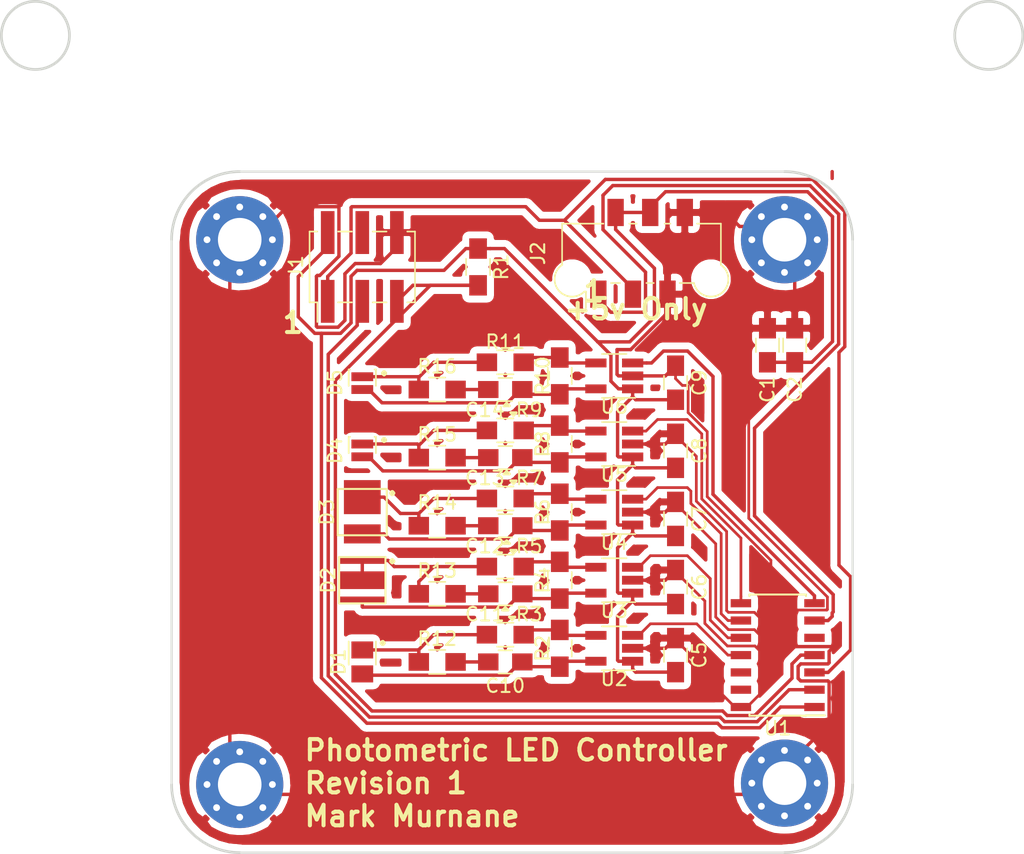
<source format=kicad_pcb>
(kicad_pcb (version 20171130) (host pcbnew "(5.0.2)-1")
  (layers (0 F.Cu signal) (31 B.Cu signal) (34 B.Paste user) (35 F.Paste user) (36 B.SilkS user) (37 F.SilkS user) (38 B.Mask user) (39 F.Mask user) (44 Edge.Cuts user))
  (net 0 "")
  (net 1 +5V)
  (net 2 GND)
  (net 3 "Net-(C10-Pad2)")
  (net 4 "Net-(C10-Pad1)")
  (net 5 "Net-(C11-Pad1)")
  (net 6 "Net-(C11-Pad2)")
  (net 7 "Net-(C12-Pad2)")
  (net 8 "Net-(C12-Pad1)")
  (net 9 "Net-(C13-Pad1)")
  (net 10 "Net-(C13-Pad2)")
  (net 11 "Net-(C14-Pad2)")
  (net 12 "Net-(C14-Pad1)")
  (net 13 "Net-(D1-Pad1)")
  (net 14 "Net-(D2-Pad1)")
  (net 15 "Net-(D3-Pad1)")
  (net 16 "Net-(D4-Pad1)")
  (net 17 "Net-(D5-Pad1)")
  (net 18 "Net-(J1-Pad5)")
  (net 19 "Net-(J1-Pad4)")
  (net 20 "Net-(J1-Pad3)")
  (net 21 "Net-(J1-Pad1)")
  (net 22 "Net-(J2-Pad1)")
  (net 23 "Net-(R2-Pad2)")
  (net 24 "Net-(R4-Pad2)")
  (net 25 "Net-(R6-Pad2)")
  (net 26 "Net-(R8-Pad2)")
  (net 27 "Net-(R10-Pad2)")
  (net 28 "Net-(U1-Pad13)")
  (net 29 "Net-(U1-Pad12)")
  (net 30 "Net-(U1-Pad11)")
  (net 31 "Net-(U1-Pad10)")
  (net 32 "Net-(U1-Pad9)")
  (net 33 "Net-(U1-Pad8)")
  (net 34 "Net-(U1-Pad7)")
  (net 35 "Net-(U1-Pad5)")
  (module Housings_SOIC:SOIC-14_3.9x8.7mm_Pitch1.27mm (layer F.Cu) (at 159.5 100.5 180)
    (fp_text reference U1 (at 0 -5.375 180) (layer F.SilkS))
    (fp_text value ATTINY20-SSU)
    (pad 14 smd rect (at 2.7 -3.81 180) (size 1.5 0.6) (layers F.Cu F.Paste F.Mask) (net 2 GND))
    (pad 13 smd rect (at 2.7 -2.54 180) (size 1.5 0.6) (layers F.Cu F.Paste F.Mask) (net 28 "Net-(U1-Pad13)"))
    (pad 12 smd rect (at 2.7 -1.27 180) (size 1.5 0.6) (layers F.Cu F.Paste F.Mask) (net 29 "Net-(U1-Pad12)"))
    (pad 11 smd rect (at 2.7 0 180) (size 1.5 0.6) (layers F.Cu F.Paste F.Mask) (net 30 "Net-(U1-Pad11)"))
    (pad 10 smd rect (at 2.7 1.27 180) (size 1.5 0.6) (layers F.Cu F.Paste F.Mask) (net 31 "Net-(U1-Pad10)"))
    (pad 9 smd rect (at 2.7 2.54 180) (size 1.5 0.6) (layers F.Cu F.Paste F.Mask) (net 32 "Net-(U1-Pad9)"))
    (pad 8 smd rect (at 2.7 3.81 180) (size 1.5 0.6) (layers F.Cu F.Paste F.Mask) (net 33 "Net-(U1-Pad8)"))
    (pad 7 smd rect (at -2.7 3.81 180) (size 1.5 0.6) (layers F.Cu F.Paste F.Mask) (net 34 "Net-(U1-Pad7)"))
    (pad 6 smd rect (at -2.7 2.54 180) (size 1.5 0.6) (layers F.Cu F.Paste F.Mask) (net 22 "Net-(J2-Pad1)"))
    (pad 5 smd rect (at -2.7 1.27 180) (size 1.5 0.6) (layers F.Cu F.Paste F.Mask) (net 35 "Net-(U1-Pad5)"))
    (pad 4 smd rect (at -2.7 0 180) (size 1.5 0.6) (layers F.Cu F.Paste F.Mask) (net 18 "Net-(J1-Pad5)"))
    (pad 3 smd rect (at -2.7 -1.27 180) (size 1.5 0.6) (layers F.Cu F.Paste F.Mask) (net 21 "Net-(J1-Pad1)"))
    (pad 2 smd rect (at -2.7 -2.54 180) (size 1.5 0.6) (layers F.Cu F.Paste F.Mask) (net 20 "Net-(J1-Pad3)"))
    (pad 1 smd rect (at -2.7 -3.81 180) (size 1.5 0.6) (layers F.Cu F.Paste F.Mask) (net 1 +5V))
  )
  (module Capacitors_SMD:C_0805_HandSoldering (layer F.Cu) (at 160.75 77.75 90)
    (fp_text reference C2 (at -3.25 0 90) (layer F.SilkS))
    (fp_text value 0.1uF)
    (pad 1 smd rect (at -1.25 0 90) (size 1.5 1.25) (layers F.Cu F.Paste F.Mask) (net 1 +5V))
    (pad 2 smd rect (at 1.25 0 90) (size 1.5 1.25) (layers F.Cu F.Paste F.Mask) (net 2 GND))
  )
  (module Capacitors_SMD:C_0805_HandSoldering (layer F.Cu) (at 158.75 77.75 90)
    (fp_text reference C1 (at -3.25 0 90) (layer F.SilkS))
    (fp_text value 10uF)
    (pad 2 smd rect (at 1.25 0 90) (size 1.5 1.25) (layers F.Cu F.Paste F.Mask) (net 2 GND))
    (pad 1 smd rect (at -1.25 0 90) (size 1.5 1.25) (layers F.Cu F.Paste F.Mask) (net 1 +5V))
  )
  (module Capacitors_SMD:C_0805_HandSoldering (layer F.Cu) (at 152 100.5 90)
    (fp_text reference C5 (at 0 1.75 90) (layer F.SilkS))
    (fp_text value 1uF)
    (pad 1 smd rect (at -1.25 0 90) (size 1.5 1.25) (layers F.Cu F.Paste F.Mask) (net 1 +5V))
    (pad 2 smd rect (at 1.25 0 90) (size 1.5 1.25) (layers F.Cu F.Paste F.Mask) (net 2 GND))
  )
  (module Capacitors_SMD:C_0805_HandSoldering (layer F.Cu) (at 152 95.5 90)
    (fp_text reference C6 (at 0 1.75 90) (layer F.SilkS))
    (fp_text value 1uF)
    (pad 1 smd rect (at -1.25 0 90) (size 1.5 1.25) (layers F.Cu F.Paste F.Mask) (net 1 +5V))
    (pad 2 smd rect (at 1.25 0 90) (size 1.5 1.25) (layers F.Cu F.Paste F.Mask) (net 2 GND))
  )
  (module Capacitors_SMD:C_0805_HandSoldering (layer F.Cu) (at 152 90.5 90)
    (fp_text reference C7 (at 0 1.75 90) (layer F.SilkS))
    (fp_text value 1uF)
    (pad 2 smd rect (at 1.25 0 90) (size 1.5 1.25) (layers F.Cu F.Paste F.Mask) (net 2 GND))
    (pad 1 smd rect (at -1.25 0 90) (size 1.5 1.25) (layers F.Cu F.Paste F.Mask) (net 1 +5V))
  )
  (module Capacitors_SMD:C_0805_HandSoldering (layer F.Cu) (at 152 85.5 90)
    (fp_text reference C8 (at 0 1.75 90) (layer F.SilkS))
    (fp_text value 1uF)
    (pad 1 smd rect (at -1.25 0 90) (size 1.5 1.25) (layers F.Cu F.Paste F.Mask) (net 1 +5V))
    (pad 2 smd rect (at 1.25 0 90) (size 1.5 1.25) (layers F.Cu F.Paste F.Mask) (net 2 GND))
  )
  (module Capacitors_SMD:C_0805_HandSoldering (layer F.Cu) (at 152 80.5 90)
    (fp_text reference C9 (at 0 1.75 90) (layer F.SilkS))
    (fp_text value 1uF)
    (pad 2 smd rect (at 1.25 0 90) (size 1.5 1.25) (layers F.Cu F.Paste F.Mask) (net 2 GND))
    (pad 1 smd rect (at -1.25 0 90) (size 1.5 1.25) (layers F.Cu F.Paste F.Mask) (net 1 +5V))
  )
  (module Capacitors_SMD:C_0805_HandSoldering (layer F.Cu) (at 139.5 101 180)
    (fp_text reference C10 (at 0 -1.75 180) (layer F.SilkS))
    (fp_text value 2.2uF)
    (pad 2 smd rect (at 1.25 0 180) (size 1.5 1.25) (layers F.Cu F.Paste F.Mask) (net 3 "Net-(C10-Pad2)"))
    (pad 1 smd rect (at -1.25 0 180) (size 1.5 1.25) (layers F.Cu F.Paste F.Mask) (net 4 "Net-(C10-Pad1)"))
  )
  (module Capacitors_SMD:C_0805_HandSoldering (layer F.Cu) (at 139.5 96 180)
    (fp_text reference C11 (at 1.5 -1.5 180) (layer F.SilkS))
    (fp_text value 2.2uF)
    (pad 1 smd rect (at -1.25 0 180) (size 1.5 1.25) (layers F.Cu F.Paste F.Mask) (net 5 "Net-(C11-Pad1)"))
    (pad 2 smd rect (at 1.25 0 180) (size 1.5 1.25) (layers F.Cu F.Paste F.Mask) (net 6 "Net-(C11-Pad2)"))
  )
  (module Capacitors_SMD:C_0805_HandSoldering (layer F.Cu) (at 139.5 91 180)
    (fp_text reference C12 (at 1.5 -1.5 180) (layer F.SilkS))
    (fp_text value 2.2uF)
    (pad 2 smd rect (at 1.25 0 180) (size 1.5 1.25) (layers F.Cu F.Paste F.Mask) (net 7 "Net-(C12-Pad2)"))
    (pad 1 smd rect (at -1.25 0 180) (size 1.5 1.25) (layers F.Cu F.Paste F.Mask) (net 8 "Net-(C12-Pad1)"))
  )
  (module Capacitors_SMD:C_0805_HandSoldering (layer F.Cu) (at 139.5 86 180)
    (fp_text reference C13 (at 1.5 -1.5 180) (layer F.SilkS))
    (fp_text value 2.2uF)
    (pad 1 smd rect (at -1.25 0 180) (size 1.5 1.25) (layers F.Cu F.Paste F.Mask) (net 9 "Net-(C13-Pad1)"))
    (pad 2 smd rect (at 1.25 0 180) (size 1.5 1.25) (layers F.Cu F.Paste F.Mask) (net 10 "Net-(C13-Pad2)"))
  )
  (module Capacitors_SMD:C_0805_HandSoldering (layer F.Cu) (at 139.5 81 180)
    (fp_text reference C14 (at 1.5 -1.5 180) (layer F.SilkS))
    (fp_text value 2.2uF)
    (pad 2 smd rect (at 1.25 0 180) (size 1.5 1.25) (layers F.Cu F.Paste F.Mask) (net 11 "Net-(C14-Pad2)"))
    (pad 1 smd rect (at -1.25 0 180) (size 1.5 1.25) (layers F.Cu F.Paste F.Mask) (net 12 "Net-(C14-Pad1)"))
  )
  (module LEDs:LED_Cree-XQ_HandSoldering (layer F.Cu) (at 129 101 270)
    (fp_text reference D1 (at 0 1.75 270) (layer F.SilkS))
    (fp_text value LED)
    (pad 2 smd rect (at 0.88 0 270) (size 1.25 1.6) (layers F.Cu F.Paste F.Mask) (net 4 "Net-(C10-Pad1)"))
    (pad 1 smd rect (at -0.88 0 270) (size 1.25 1.6) (layers F.Cu F.Paste F.Mask) (net 13 "Net-(D1-Pad1)"))
  )
  (module Local:XLamp_XPE2 (layer F.Cu) (at 129 95 90)
    (fp_text reference D2 (at 0 -2.5 90) (layer F.SilkS))
    (fp_text value LED)
    (pad 1 smd rect (at 1.45 0 90) (size 0.5 3.3) (layers F.Cu F.Paste F.Mask) (net 14 "Net-(D2-Pad1)"))
    (pad 2 smd rect (at -1.45 0 90) (size 0.5 3.3) (layers F.Cu F.Paste F.Mask) (net 5 "Net-(C11-Pad1)"))
    (pad 1 smd rect (at 0 0 90) (size 1.3 3.3) (layers F.Cu F.Paste F.Mask) (net 14 "Net-(D2-Pad1)"))
  )
  (module Local:LUXEON_3535L (layer F.Cu) (at 129 90 270)
    (fp_text reference D3 (at 0 2.6 270) (layer F.SilkS))
    (fp_text value LED)
    (pad 1 smd rect (at -1.1 0 270) (size 2.5 2.7) (layers F.Cu F.Paste F.Mask) (net 15 "Net-(D3-Pad1)"))
    (pad 2 smd rect (at 1.6 0 270) (size 1.4 2.7) (layers F.Cu F.Paste F.Mask) (net 8 "Net-(C12-Pad1)"))
  )
  (module LEDs:LED_0606 (layer F.Cu) (at 129 85.47 270)
    (fp_text reference D4 (at 0.03 2 270) (layer F.SilkS))
    (fp_text value LED)
    (pad 1 smd rect (at -0.47 0 90) (size 0.65 1.6) (layers F.Cu F.Paste F.Mask) (net 16 "Net-(D4-Pad1)"))
    (pad 2 smd rect (at 0.47 0 90) (size 0.65 1.6) (layers F.Cu F.Paste F.Mask) (net 9 "Net-(C13-Pad1)"))
  )
  (module LEDs:LED_0606 (layer F.Cu) (at 129 80.53 270)
    (fp_text reference D5 (at -0.03 2 270) (layer F.SilkS))
    (fp_text value LED)
    (pad 2 smd rect (at 0.47 0 90) (size 0.65 1.6) (layers F.Cu F.Paste F.Mask) (net 12 "Net-(C14-Pad1)"))
    (pad 1 smd rect (at -0.47 0 90) (size 0.65 1.6) (layers F.Cu F.Paste F.Mask) (net 17 "Net-(D5-Pad1)"))
  )
  (module Pin_Headers:Pin_Header_Straight_2x03_Pitch2.54mm_SMD (layer F.Cu) (at 129 72 90)
    (fp_text reference J1 (at 0 -4.87 90) (layer F.SilkS))
    (fp_text value CONN_02X03)
    (pad 6 smd rect (at 2.525 2.54 90) (size 3.15 1) (layers F.Cu F.Paste F.Mask) (net 2 GND))
    (pad 5 smd rect (at -2.525 2.54 90) (size 3.15 1) (layers F.Cu F.Paste F.Mask) (net 18 "Net-(J1-Pad5)"))
    (pad 4 smd rect (at 2.525 0 90) (size 3.15 1) (layers F.Cu F.Paste F.Mask) (net 19 "Net-(J1-Pad4)"))
    (pad 3 smd rect (at -2.525 0 90) (size 3.15 1) (layers F.Cu F.Paste F.Mask) (net 20 "Net-(J1-Pad3)"))
    (pad 2 smd rect (at 2.525 -2.54 90) (size 3.15 1) (layers F.Cu F.Paste F.Mask) (net 1 +5V))
    (pad 1 smd rect (at -2.525 -2.54 90) (size 3.15 1) (layers F.Cu F.Paste F.Mask) (net 21 "Net-(J1-Pad1)"))
  )
  (module Resistors_SMD:R_0805_HandSoldering (layer F.Cu) (at 137.5 72 270)
    (fp_text reference R1 (at 0 -1.7 270) (layer F.SilkS))
    (fp_text value 10k)
    (pad 2 smd rect (at 1.35 0 270) (size 1.5 1.3) (layers F.Cu F.Paste F.Mask) (net 18 "Net-(J1-Pad5)"))
    (pad 1 smd rect (at -1.35 0 270) (size 1.5 1.3) (layers F.Cu F.Paste F.Mask) (net 1 +5V))
  )
  (module Resistors_SMD:R_0805_HandSoldering (layer F.Cu) (at 143.5 100 90)
    (fp_text reference R2 (at 0 -1.25 90) (layer F.SilkS))
    (fp_text value R)
    (pad 1 smd rect (at -1.35 0 90) (size 1.5 1.3) (layers F.Cu F.Paste F.Mask) (net 4 "Net-(C10-Pad1)"))
    (pad 2 smd rect (at 1.35 0 90) (size 1.5 1.3) (layers F.Cu F.Paste F.Mask) (net 23 "Net-(R2-Pad2)"))
  )
  (module Resistors_SMD:R_0805_HandSoldering (layer F.Cu) (at 139.5 99 180)
    (fp_text reference R3 (at -1.75 1.5 180) (layer F.SilkS))
    (fp_text value 33k)
    (pad 2 smd rect (at 1.35 0 180) (size 1.5 1.3) (layers F.Cu F.Paste F.Mask) (net 13 "Net-(D1-Pad1)"))
    (pad 1 smd rect (at -1.35 0 180) (size 1.5 1.3) (layers F.Cu F.Paste F.Mask) (net 23 "Net-(R2-Pad2)"))
  )
  (module Resistors_SMD:R_0805_HandSoldering (layer F.Cu) (at 143.5 95 90)
    (fp_text reference R4 (at 0 -1.25 90) (layer F.SilkS))
    (fp_text value R)
    (pad 1 smd rect (at -1.35 0 90) (size 1.5 1.3) (layers F.Cu F.Paste F.Mask) (net 5 "Net-(C11-Pad1)"))
    (pad 2 smd rect (at 1.35 0 90) (size 1.5 1.3) (layers F.Cu F.Paste F.Mask) (net 24 "Net-(R4-Pad2)"))
  )
  (module Resistors_SMD:R_0805_HandSoldering (layer F.Cu) (at 139.5 94 180)
    (fp_text reference R5 (at -1.75 1.5 180) (layer F.SilkS))
    (fp_text value 33k)
    (pad 2 smd rect (at 1.35 0 180) (size 1.5 1.3) (layers F.Cu F.Paste F.Mask) (net 14 "Net-(D2-Pad1)"))
    (pad 1 smd rect (at -1.35 0 180) (size 1.5 1.3) (layers F.Cu F.Paste F.Mask) (net 24 "Net-(R4-Pad2)"))
  )
  (module Resistors_SMD:R_0805_HandSoldering (layer F.Cu) (at 143.5 90 90)
    (fp_text reference R6 (at 0 -1.25 90) (layer F.SilkS))
    (fp_text value R)
    (pad 1 smd rect (at -1.35 0 90) (size 1.5 1.3) (layers F.Cu F.Paste F.Mask) (net 8 "Net-(C12-Pad1)"))
    (pad 2 smd rect (at 1.35 0 90) (size 1.5 1.3) (layers F.Cu F.Paste F.Mask) (net 25 "Net-(R6-Pad2)"))
  )
  (module Resistors_SMD:R_0805_HandSoldering (layer F.Cu) (at 139.5 89 180)
    (fp_text reference R7 (at -1.75 1.5 180) (layer F.SilkS))
    (fp_text value 33k)
    (pad 2 smd rect (at 1.35 0 180) (size 1.5 1.3) (layers F.Cu F.Paste F.Mask) (net 15 "Net-(D3-Pad1)"))
    (pad 1 smd rect (at -1.35 0 180) (size 1.5 1.3) (layers F.Cu F.Paste F.Mask) (net 25 "Net-(R6-Pad2)"))
  )
  (module Resistors_SMD:R_0805_HandSoldering (layer F.Cu) (at 143.5 85 90)
    (fp_text reference R8 (at 0 -1.25 90) (layer F.SilkS))
    (fp_text value R)
    (pad 2 smd rect (at 1.35 0 90) (size 1.5 1.3) (layers F.Cu F.Paste F.Mask) (net 26 "Net-(R8-Pad2)"))
    (pad 1 smd rect (at -1.35 0 90) (size 1.5 1.3) (layers F.Cu F.Paste F.Mask) (net 9 "Net-(C13-Pad1)"))
  )
  (module Resistors_SMD:R_0805_HandSoldering (layer F.Cu) (at 139.5 84 180)
    (fp_text reference R9 (at -1.75 1.5 180) (layer F.SilkS))
    (fp_text value 33k)
    (pad 1 smd rect (at -1.35 0 180) (size 1.5 1.3) (layers F.Cu F.Paste F.Mask) (net 26 "Net-(R8-Pad2)"))
    (pad 2 smd rect (at 1.35 0 180) (size 1.5 1.3) (layers F.Cu F.Paste F.Mask) (net 16 "Net-(D4-Pad1)"))
  )
  (module Resistors_SMD:R_0805_HandSoldering (layer F.Cu) (at 143.5 80 90)
    (fp_text reference R10 (at 0 -1.25 90) (layer F.SilkS))
    (fp_text value R)
    (pad 2 smd rect (at 1.35 0 90) (size 1.5 1.3) (layers F.Cu F.Paste F.Mask) (net 27 "Net-(R10-Pad2)"))
    (pad 1 smd rect (at -1.35 0 90) (size 1.5 1.3) (layers F.Cu F.Paste F.Mask) (net 12 "Net-(C14-Pad1)"))
  )
  (module Resistors_SMD:R_0805_HandSoldering (layer F.Cu) (at 139.5 79 180)
    (fp_text reference R11 (at 0 1.5 180) (layer F.SilkS))
    (fp_text value 33k)
    (pad 1 smd rect (at -1.35 0 180) (size 1.5 1.3) (layers F.Cu F.Paste F.Mask) (net 27 "Net-(R10-Pad2)"))
    (pad 2 smd rect (at 1.35 0 180) (size 1.5 1.3) (layers F.Cu F.Paste F.Mask) (net 17 "Net-(D5-Pad1)"))
  )
  (module Resistors_SMD:R_0805_HandSoldering (layer F.Cu) (at 134.5 101)
    (fp_text reference R12 (at 0 -1.7) (layer F.SilkS))
    (fp_text value 0.5)
    (pad 2 smd rect (at 1.35 0) (size 1.5 1.3) (layers F.Cu F.Paste F.Mask) (net 3 "Net-(C10-Pad2)"))
    (pad 1 smd rect (at -1.35 0) (size 1.5 1.3) (layers F.Cu F.Paste F.Mask) (net 13 "Net-(D1-Pad1)"))
  )
  (module Resistors_SMD:R_0805_HandSoldering (layer F.Cu) (at 134.5 96)
    (fp_text reference R13 (at 0 -1.7) (layer F.SilkS))
    (fp_text value 0.5)
    (pad 1 smd rect (at -1.35 0) (size 1.5 1.3) (layers F.Cu F.Paste F.Mask) (net 14 "Net-(D2-Pad1)"))
    (pad 2 smd rect (at 1.35 0) (size 1.5 1.3) (layers F.Cu F.Paste F.Mask) (net 6 "Net-(C11-Pad2)"))
  )
  (module Resistors_SMD:R_0805_HandSoldering (layer F.Cu) (at 134.5 91)
    (fp_text reference R14 (at 0 -1.7) (layer F.SilkS))
    (fp_text value 0.5)
    (pad 2 smd rect (at 1.35 0) (size 1.5 1.3) (layers F.Cu F.Paste F.Mask) (net 7 "Net-(C12-Pad2)"))
    (pad 1 smd rect (at -1.35 0) (size 1.5 1.3) (layers F.Cu F.Paste F.Mask) (net 15 "Net-(D3-Pad1)"))
  )
  (module Resistors_SMD:R_0805_HandSoldering (layer F.Cu) (at 134.5 86)
    (fp_text reference R15 (at 0 -1.7) (layer F.SilkS))
    (fp_text value 0.5)
    (pad 2 smd rect (at 1.35 0) (size 1.5 1.3) (layers F.Cu F.Paste F.Mask) (net 10 "Net-(C13-Pad2)"))
    (pad 1 smd rect (at -1.35 0) (size 1.5 1.3) (layers F.Cu F.Paste F.Mask) (net 16 "Net-(D4-Pad1)"))
  )
  (module Resistors_SMD:R_0805_HandSoldering (layer F.Cu) (at 134.5 81)
    (fp_text reference R16 (at 0 -1.7) (layer F.SilkS))
    (fp_text value 0.5)
    (pad 1 smd rect (at -1.35 0) (size 1.5 1.3) (layers F.Cu F.Paste F.Mask) (net 17 "Net-(D5-Pad1)"))
    (pad 2 smd rect (at 1.35 0) (size 1.5 1.3) (layers F.Cu F.Paste F.Mask) (net 11 "Net-(C14-Pad2)"))
  )
  (module TO_SOT_Packages_SMD:SOT-23-5_HandSoldering (layer F.Cu) (at 147.5 100 180)
    (fp_text reference U2 (at 0 -2.25 180) (layer F.SilkS))
    (fp_text value pam2800)
    (pad 5 smd rect (at 1.35 -0.95 180) (size 1.56 0.65) (layers F.Cu F.Paste F.Mask) (net 4 "Net-(C10-Pad1)"))
    (pad 4 smd rect (at 1.35 0.95 180) (size 1.56 0.65) (layers F.Cu F.Paste F.Mask) (net 23 "Net-(R2-Pad2)"))
    (pad 3 smd rect (at -1.35 0.95 180) (size 1.56 0.65) (layers F.Cu F.Paste F.Mask) (net 30 "Net-(U1-Pad11)"))
    (pad 2 smd rect (at -1.35 0 180) (size 1.56 0.65) (layers F.Cu F.Paste F.Mask) (net 2 GND))
    (pad 1 smd rect (at -1.35 -0.95 180) (size 1.56 0.65) (layers F.Cu F.Paste F.Mask) (net 1 +5V))
  )
  (module TO_SOT_Packages_SMD:SOT-23-5_HandSoldering (layer F.Cu) (at 147.5 95 180)
    (fp_text reference U3 (at 0 -2.25 180) (layer F.SilkS))
    (fp_text value pam2800)
    (pad 5 smd rect (at 1.35 -0.95 180) (size 1.56 0.65) (layers F.Cu F.Paste F.Mask) (net 5 "Net-(C11-Pad1)"))
    (pad 4 smd rect (at 1.35 0.95 180) (size 1.56 0.65) (layers F.Cu F.Paste F.Mask) (net 24 "Net-(R4-Pad2)"))
    (pad 3 smd rect (at -1.35 0.95 180) (size 1.56 0.65) (layers F.Cu F.Paste F.Mask) (net 31 "Net-(U1-Pad10)"))
    (pad 2 smd rect (at -1.35 0 180) (size 1.56 0.65) (layers F.Cu F.Paste F.Mask) (net 2 GND))
    (pad 1 smd rect (at -1.35 -0.95 180) (size 1.56 0.65) (layers F.Cu F.Paste F.Mask) (net 1 +5V))
  )
  (module TO_SOT_Packages_SMD:SOT-23-5_HandSoldering (layer F.Cu) (at 147.5 90 180)
    (fp_text reference U4 (at 0 -2.25 180) (layer F.SilkS))
    (fp_text value pam2800)
    (pad 1 smd rect (at -1.35 -0.95 180) (size 1.56 0.65) (layers F.Cu F.Paste F.Mask) (net 1 +5V))
    (pad 2 smd rect (at -1.35 0 180) (size 1.56 0.65) (layers F.Cu F.Paste F.Mask) (net 2 GND))
    (pad 3 smd rect (at -1.35 0.95 180) (size 1.56 0.65) (layers F.Cu F.Paste F.Mask) (net 32 "Net-(U1-Pad9)"))
    (pad 4 smd rect (at 1.35 0.95 180) (size 1.56 0.65) (layers F.Cu F.Paste F.Mask) (net 25 "Net-(R6-Pad2)"))
    (pad 5 smd rect (at 1.35 -0.95 180) (size 1.56 0.65) (layers F.Cu F.Paste F.Mask) (net 8 "Net-(C12-Pad1)"))
  )
  (module TO_SOT_Packages_SMD:SOT-23-5_HandSoldering (layer F.Cu) (at 147.5 85 180)
    (fp_text reference U5 (at 0 -2.25 180) (layer F.SilkS))
    (fp_text value pam2800)
    (pad 5 smd rect (at 1.35 -0.95 180) (size 1.56 0.65) (layers F.Cu F.Paste F.Mask) (net 9 "Net-(C13-Pad1)"))
    (pad 4 smd rect (at 1.35 0.95 180) (size 1.56 0.65) (layers F.Cu F.Paste F.Mask) (net 26 "Net-(R8-Pad2)"))
    (pad 3 smd rect (at -1.35 0.95 180) (size 1.56 0.65) (layers F.Cu F.Paste F.Mask) (net 33 "Net-(U1-Pad8)"))
    (pad 2 smd rect (at -1.35 0 180) (size 1.56 0.65) (layers F.Cu F.Paste F.Mask) (net 2 GND))
    (pad 1 smd rect (at -1.35 -0.95 180) (size 1.56 0.65) (layers F.Cu F.Paste F.Mask) (net 1 +5V))
  )
  (module TO_SOT_Packages_SMD:SOT-23-5_HandSoldering (layer F.Cu) (at 147.5 80 180)
    (fp_text reference U6 (at 0 -2.25 180) (layer F.SilkS))
    (fp_text value pam2800)
    (pad 1 smd rect (at -1.35 -0.95 180) (size 1.56 0.65) (layers F.Cu F.Paste F.Mask) (net 1 +5V))
    (pad 2 smd rect (at -1.35 0 180) (size 1.56 0.65) (layers F.Cu F.Paste F.Mask) (net 2 GND))
    (pad 3 smd rect (at -1.35 0.95 180) (size 1.56 0.65) (layers F.Cu F.Paste F.Mask) (net 34 "Net-(U1-Pad7)"))
    (pad 4 smd rect (at 1.35 0.95 180) (size 1.56 0.65) (layers F.Cu F.Paste F.Mask) (net 27 "Net-(R10-Pad2)"))
    (pad 5 smd rect (at 1.35 -0.95 180) (size 1.56 0.65) (layers F.Cu F.Paste F.Mask) (net 12 "Net-(C14-Pad1)"))
  )
  (module Mounting_Holes:MountingHole_3.2mm_M3_Pad_Via (layer F.Cu) (at 120 70)
    (fp_text reference MK1 hide)
    (fp_text value Mounting_Hole_PAD)
    (pad 1 thru_hole circle (at 0 0) (size 6.4 6.4) (drill 3.2) (layers *.Cu *.Mask) (net 2 GND))
    (pad "" thru_hole circle (at 2.4 0) (size 0.8 0.8) (drill 0.5) (layers *.Cu *.Mask))
    (pad "" thru_hole circle (at 1.697056 1.697056) (size 0.8 0.8) (drill 0.5) (layers *.Cu *.Mask))
    (pad "" thru_hole circle (at 0 2.4) (size 0.8 0.8) (drill 0.5) (layers *.Cu *.Mask))
    (pad "" thru_hole circle (at -1.697056 1.697056) (size 0.8 0.8) (drill 0.5) (layers *.Cu *.Mask))
    (pad "" thru_hole circle (at -2.4 0) (size 0.8 0.8) (drill 0.5) (layers *.Cu *.Mask))
    (pad "" thru_hole circle (at -1.697056 -1.697056) (size 0.8 0.8) (drill 0.5) (layers *.Cu *.Mask))
    (pad "" thru_hole circle (at 0 -2.4) (size 0.8 0.8) (drill 0.5) (layers *.Cu *.Mask))
    (pad "" thru_hole circle (at 1.697056 -1.697056) (size 0.8 0.8) (drill 0.5) (layers *.Cu *.Mask))
  )
  (module Mounting_Holes:MountingHole_3.2mm_M3_Pad_Via (layer F.Cu) (at 160 70)
    (fp_text reference MK2 hide)
    (fp_text value Mounting_Hole_PAD)
    (pad "" thru_hole circle (at 1.697056 -1.697056) (size 0.8 0.8) (drill 0.5) (layers *.Cu *.Mask))
    (pad "" thru_hole circle (at 0 -2.4) (size 0.8 0.8) (drill 0.5) (layers *.Cu *.Mask))
    (pad "" thru_hole circle (at -1.697056 -1.697056) (size 0.8 0.8) (drill 0.5) (layers *.Cu *.Mask))
    (pad "" thru_hole circle (at -2.4 0) (size 0.8 0.8) (drill 0.5) (layers *.Cu *.Mask))
    (pad "" thru_hole circle (at -1.697056 1.697056) (size 0.8 0.8) (drill 0.5) (layers *.Cu *.Mask))
    (pad "" thru_hole circle (at 0 2.4) (size 0.8 0.8) (drill 0.5) (layers *.Cu *.Mask))
    (pad "" thru_hole circle (at 1.697056 1.697056) (size 0.8 0.8) (drill 0.5) (layers *.Cu *.Mask))
    (pad "" thru_hole circle (at 2.4 0) (size 0.8 0.8) (drill 0.5) (layers *.Cu *.Mask))
    (pad 1 thru_hole circle (at 0 0) (size 6.4 6.4) (drill 3.2) (layers *.Cu *.Mask) (net 2 GND))
  )
  (module Mounting_Holes:MountingHole_3.2mm_M3_Pad_Via (layer F.Cu) (at 120 110)
    (fp_text reference MK3 hide)
    (fp_text value Mounting_Hole_PAD)
    (pad 1 thru_hole circle (at 0 0) (size 6.4 6.4) (drill 3.2) (layers *.Cu *.Mask) (net 2 GND))
    (pad "" thru_hole circle (at 2.4 0) (size 0.8 0.8) (drill 0.5) (layers *.Cu *.Mask))
    (pad "" thru_hole circle (at 1.697056 1.697056) (size 0.8 0.8) (drill 0.5) (layers *.Cu *.Mask))
    (pad "" thru_hole circle (at 0 2.4) (size 0.8 0.8) (drill 0.5) (layers *.Cu *.Mask))
    (pad "" thru_hole circle (at -1.697056 1.697056) (size 0.8 0.8) (drill 0.5) (layers *.Cu *.Mask))
    (pad "" thru_hole circle (at -2.4 0) (size 0.8 0.8) (drill 0.5) (layers *.Cu *.Mask))
    (pad "" thru_hole circle (at -1.697056 -1.697056) (size 0.8 0.8) (drill 0.5) (layers *.Cu *.Mask))
    (pad "" thru_hole circle (at 0 -2.4) (size 0.8 0.8) (drill 0.5) (layers *.Cu *.Mask))
    (pad "" thru_hole circle (at 1.697056 -1.697056) (size 0.8 0.8) (drill 0.5) (layers *.Cu *.Mask))
  )
  (module Mounting_Holes:MountingHole_3.2mm_M3_Pad_Via (layer F.Cu) (at 160 109.9)
    (fp_text reference MK4 hide)
    (fp_text value Mounting_Hole_PAD)
    (pad "" thru_hole circle (at 1.697056 -1.697056) (size 0.8 0.8) (drill 0.5) (layers *.Cu *.Mask))
    (pad "" thru_hole circle (at 0 -2.4) (size 0.8 0.8) (drill 0.5) (layers *.Cu *.Mask))
    (pad "" thru_hole circle (at -1.697056 -1.697056) (size 0.8 0.8) (drill 0.5) (layers *.Cu *.Mask))
    (pad "" thru_hole circle (at -2.4 0) (size 0.8 0.8) (drill 0.5) (layers *.Cu *.Mask))
    (pad "" thru_hole circle (at -1.697056 1.697056) (size 0.8 0.8) (drill 0.5) (layers *.Cu *.Mask))
    (pad "" thru_hole circle (at 0 2.4) (size 0.8 0.8) (drill 0.5) (layers *.Cu *.Mask))
    (pad "" thru_hole circle (at 1.697056 1.697056) (size 0.8 0.8) (drill 0.5) (layers *.Cu *.Mask))
    (pad "" thru_hole circle (at 2.4 0) (size 0.8 0.8) (drill 0.5) (layers *.Cu *.Mask))
    (pad 1 thru_hole circle (at 0 0) (size 6.4 6.4) (drill 3.2) (layers *.Cu *.Mask) (net 2 GND))
  )
  (module Connectors_Molex:Molex_Picoflex_90814_06x1.27mm_Straight (layer F.Cu) (at 149.5 71 90)
    (fp_text reference J2 (at 0 -7.6 90) (layer F.SilkS))
    (fp_text value CONN_02X03)
    (pad "" np_thru_hole circle (at -1.9 5.1 90) (size 1.9 1.9) (drill 1.9) (layers *.Cu))
    (pad "" np_thru_hole circle (at -1.9 -5.1 90) (size 1.9 1.9) (drill 1.9) (layers *.Cu))
    (pad 6 smd rect (at 3 3.18 90) (size 2 1.2) (layers F.Cu F.Paste F.Mask) (net 2 GND))
    (pad 4 smd rect (at 3 0.64 90) (size 2 1.2) (layers F.Cu F.Paste F.Mask) (net 1 +5V))
    (pad 2 smd rect (at 3 -1.9 90) (size 2 1.2) (layers F.Cu F.Paste F.Mask) (net 1 +5V))
    (pad 5 smd rect (at -3 1.91 90) (size 2 1.2) (layers F.Cu F.Paste F.Mask) (net 2 GND))
    (pad 3 smd rect (at -3 -0.63 90) (size 2 1.2) (layers F.Cu F.Paste F.Mask) (net 21 "Net-(J1-Pad1)"))
    (pad 1 smd rect (at -3 -3.17 90) (size 2 1.2) (layers F.Cu F.Paste F.Mask) (net 22 "Net-(J2-Pad1)"))
  )
  (gr_circle (center 175 55) (end 177.5 55) (layer Edge.Cuts) (width 0.2))
  (gr_circle (center 105 55) (end 107.5 55) (layer Edge.Cuts) (width 0.2))
  (gr_text "+5v Only" (at 149.1 75.1) (layer F.SilkS) (effects (font (size 1.5 1.5) (thickness 0.3))))
  (gr_text "Photometric LED Controller\nRevision 1\nMark Murnane" (at 124.6 109.9) (layer F.SilkS) (effects (font (size 1.5 1.5) (thickness 0.3)) (justify left)))
  (gr_text . (at 130.6 79.2) (layer F.SilkS) (effects (font (size 1.5 1.5) (thickness 0.3))))
  (gr_text . (at 130.6 84.1) (layer F.SilkS) (effects (font (size 1.5 1.5) (thickness 0.3))))
  (gr_text . (at 131.2 88) (layer F.SilkS) (effects (font (size 1.5 1.5) (thickness 0.3))))
  (gr_text . (at 131.2 93) (layer F.SilkS) (effects (font (size 1.5 1.5) (thickness 0.3))))
  (gr_text . (at 130.5 99) (layer F.SilkS) (effects (font (size 1.5 1.5) (thickness 0.3))))
  (gr_text 1 (at 146 73.8) (layer F.SilkS) (effects (font (size 1.5 1.5) (thickness 0.3))))
  (gr_text 1 (at 123.9 76.1) (layer F.SilkS) (effects (font (size 1.5 1.5) (thickness 0.3))))
  (gr_line (start 139.3 97.2) (end 139.7 97.2) (layer F.SilkS) (width 0.2))
  (gr_line (start 139.8 97.7) (end 140 97.9) (layer F.SilkS) (width 0.2))
  (gr_line (start 140.2 97.7) (end 139.8 97.7) (layer F.SilkS) (width 0.2))
  (gr_line (start 140 97.9) (end 140.2 97.7) (layer F.SilkS) (width 0.2))
  (gr_line (start 139.5 97) (end 139.3 97.2) (layer F.SilkS) (width 0.2))
  (gr_line (start 139.7 97.2) (end 139.5 97) (layer F.SilkS) (width 0.2))
  (gr_line (start 139.9 92.8) (end 140.1 93) (layer F.SilkS) (width 0.2))
  (gr_line (start 139.8 92.3) (end 139.6 92.1) (layer F.SilkS) (width 0.2))
  (gr_line (start 139.6 92.1) (end 139.4 92.3) (layer F.SilkS) (width 0.2))
  (gr_line (start 140.1 93) (end 140.3 92.8) (layer F.SilkS) (width 0.2))
  (gr_line (start 140.3 92.8) (end 139.9 92.8) (layer F.SilkS) (width 0.2))
  (gr_line (start 139.4 92.3) (end 139.8 92.3) (layer F.SilkS) (width 0.2))
  (gr_line (start 140.3 87.7) (end 139.9 87.7) (layer F.SilkS) (width 0.2))
  (gr_line (start 139.8 87.2) (end 139.6 87) (layer F.SilkS) (width 0.2))
  (gr_line (start 139.4 87.2) (end 139.8 87.2) (layer F.SilkS) (width 0.2))
  (gr_line (start 139.9 87.7) (end 140.1 87.9) (layer F.SilkS) (width 0.2))
  (gr_line (start 140.1 87.9) (end 140.3 87.7) (layer F.SilkS) (width 0.2))
  (gr_line (start 139.6 87) (end 139.4 87.2) (layer F.SilkS) (width 0.2))
  (gr_line (start 139.9 82.7) (end 140.1 82.9) (layer F.SilkS) (width 0.2))
  (gr_line (start 140.3 82.7) (end 139.9 82.7) (layer F.SilkS) (width 0.2))
  (gr_line (start 140.1 82.9) (end 140.3 82.7) (layer F.SilkS) (width 0.2))
  (gr_line (start 139.6 82) (end 139.4 82.2) (layer F.SilkS) (width 0.2))
  (gr_line (start 139.8 82.2) (end 139.6 82) (layer F.SilkS) (width 0.2))
  (gr_line (start 139.4 82.2) (end 139.8 82.2) (layer F.SilkS) (width 0.2))
  (gr_line (start 165 110) (end 165 70) (layer Edge.Cuts) (width 0.15))
  (gr_line (start 120 115) (end 160 115) (layer Edge.Cuts) (width 0.15))
  (gr_line (start 115 70) (end 115 110) (layer Edge.Cuts) (width 0.15))
  (gr_line (start 160 65) (end 120 65) (layer Edge.Cuts) (width 0.15))
  (gr_arc (start 120 70) (end 120 65) (angle -90) (layer Edge.Cuts) (width 0.2))
  (gr_arc (start 120 110) (end 115 110) (angle -90) (layer Edge.Cuts) (width 0.2))
  (gr_arc (start 160 110) (end 160 115) (angle -90) (layer Edge.Cuts) (width 0.2))
  (gr_arc (start 160 70) (end 165 70) (angle -90) (layer Edge.Cuts) (width 0.2))
  (segment (start 163.5 65.5) (end 163.5 65) (width 0.25) (layer F.Cu) (net 0))
  (segment (start 163.525001 77.474999) (end 162 79) (width 0.25) (layer F.Cu) (net 1))
  (segment (start 162 79) (end 160.75 79) (width 0.25) (layer F.Cu) (net 1))
  (segment (start 150.14 68) (end 150.14 67.6) (width 0.25) (layer F.Cu) (net 1))
  (segment (start 150.14 67.6) (end 151.265001 66.474999) (width 0.25) (layer F.Cu) (net 1))
  (segment (start 151.265001 66.474999) (end 161.692001 66.474999) (width 0.25) (layer F.Cu) (net 1))
  (segment (start 161.692001 66.474999) (end 163.525001 68.307999) (width 0.25) (layer F.Cu) (net 1))
  (segment (start 163.525001 68.307999) (end 163.525001 77.474999) (width 0.25) (layer F.Cu) (net 1))
  (segment (start 126 76.875012) (end 127.406402 76.87501) (width 0.25) (layer F.Cu) (net 1))
  (segment (start 125.513599 76.875012) (end 126 76.875012) (width 0.25) (layer F.Cu) (net 1))
  (segment (start 126 102.162824) (end 126 76.875012) (width 0.25) (layer F.Cu) (net 1))
  (segment (start 155.082176 105.5) (end 129.337174 105.499998) (width 0.25) (layer F.Cu) (net 1))
  (segment (start 129.337174 105.499998) (end 126 102.162824) (width 0.25) (layer F.Cu) (net 1))
  (segment (start 155.417199 105.835023) (end 155.082176 105.5) (width 0.25) (layer F.Cu) (net 1))
  (segment (start 159.707824 104.31) (end 158.182801 105.835023) (width 0.25) (layer F.Cu) (net 1))
  (segment (start 162.2 104.31) (end 159.707824 104.31) (width 0.25) (layer F.Cu) (net 1))
  (segment (start 158.182801 105.835023) (end 155.417199 105.835023) (width 0.25) (layer F.Cu) (net 1))
  (segment (start 128.174998 76.106414) (end 128.174999 72.689999) (width 0.25) (layer F.Cu) (net 1))
  (segment (start 124.299989 72.710011) (end 124.299989 75.661402) (width 0.25) (layer F.Cu) (net 1))
  (segment (start 124.299989 75.661402) (end 125.513599 76.875012) (width 0.25) (layer F.Cu) (net 1))
  (segment (start 127.406402 76.87501) (end 128.174998 76.106414) (width 0.25) (layer F.Cu) (net 1))
  (segment (start 128.614998 72.25) (end 135 72.25) (width 0.25) (layer F.Cu) (net 1))
  (segment (start 128.174999 72.689999) (end 128.614998 72.25) (width 0.25) (layer F.Cu) (net 1))
  (segment (start 126.46 70.55) (end 124.299989 72.710011) (width 0.25) (layer F.Cu) (net 1))
  (segment (start 126.46 69.475) (end 126.46 70.55) (width 0.25) (layer F.Cu) (net 1))
  (segment (start 136.6 70.65) (end 137.5 70.65) (width 0.25) (layer F.Cu) (net 1))
  (segment (start 135 72.25) (end 136.6 70.65) (width 0.25) (layer F.Cu) (net 1))
  (segment (start 148.636411 77.5) (end 150.450011 75.6864) (width 0.25) (layer F.Cu) (net 1))
  (segment (start 146.290002 77.5) (end 148.636411 77.5) (width 0.25) (layer F.Cu) (net 1))
  (segment (start 150.450011 72.100011) (end 147.6 69.25) (width 0.25) (layer F.Cu) (net 1))
  (segment (start 150.450011 75.6864) (end 150.450011 72.100011) (width 0.25) (layer F.Cu) (net 1))
  (segment (start 147.6 69.25) (end 147.6 68) (width 0.25) (layer F.Cu) (net 1))
  (segment (start 147.255001 78.464999) (end 146.290002 77.5) (width 0.25) (layer F.Cu) (net 1))
  (segment (start 146.290002 77.5) (end 139.440002 70.65) (width 0.25) (layer F.Cu) (net 1))
  (segment (start 150.14 68) (end 147.6 68) (width 0.25) (layer F.Cu) (net 1))
  (segment (start 147.82 80.95) (end 147.255001 80.385001) (width 0.25) (layer F.Cu) (net 1))
  (segment (start 147.255001 80.385001) (end 147.255001 78.464999) (width 0.25) (layer F.Cu) (net 1))
  (segment (start 148.85 80.95) (end 147.82 80.95) (width 0.25) (layer F.Cu) (net 1))
  (segment (start 139.440002 70.65) (end 138.4 70.65) (width 0.25) (layer F.Cu) (net 1))
  (segment (start 138.4 70.65) (end 137.5 70.65) (width 0.25) (layer F.Cu) (net 1))
  (segment (start 126.46 68.4) (end 126.46 69.475) (width 0.25) (layer F.Cu) (net 1))
  (segment (start 160.75 79) (end 160.75 79.125) (width 0.25) (layer F.Cu) (net 1))
  (segment (start 158.75 79) (end 160.75 79) (width 0.25) (layer F.Cu) (net 1))
  (segment (start 148.85 85.95) (end 147.82 85.95) (width 0.25) (layer F.Cu) (net 1))
  (segment (start 147.744999 85.874999) (end 147.744999 82.630001) (width 0.25) (layer F.Cu) (net 1))
  (segment (start 147.82 85.95) (end 147.744999 85.874999) (width 0.25) (layer F.Cu) (net 1))
  (segment (start 147.744999 82.630001) (end 148.85 81.525) (width 0.25) (layer F.Cu) (net 1))
  (segment (start 148.85 81.525) (end 148.85 80.95) (width 0.25) (layer F.Cu) (net 1))
  (segment (start 148.85 90.95) (end 147.82 90.95) (width 0.25) (layer F.Cu) (net 1))
  (segment (start 147.82 90.95) (end 147.744999 90.874999) (width 0.25) (layer F.Cu) (net 1))
  (segment (start 147.744999 90.874999) (end 147.744999 87.630001) (width 0.25) (layer F.Cu) (net 1))
  (segment (start 147.744999 87.630001) (end 148.85 86.525) (width 0.25) (layer F.Cu) (net 1))
  (segment (start 148.85 86.525) (end 148.85 85.95) (width 0.25) (layer F.Cu) (net 1))
  (segment (start 148.85 95.95) (end 147.82 95.95) (width 0.25) (layer F.Cu) (net 1))
  (segment (start 147.82 95.95) (end 147.744999 95.874999) (width 0.25) (layer F.Cu) (net 1))
  (segment (start 147.744999 92.630001) (end 148.85 91.525) (width 0.25) (layer F.Cu) (net 1))
  (segment (start 147.744999 95.874999) (end 147.744999 92.630001) (width 0.25) (layer F.Cu) (net 1))
  (segment (start 148.85 91.525) (end 148.85 90.95) (width 0.25) (layer F.Cu) (net 1))
  (segment (start 148.85 100.95) (end 147.82 100.95) (width 0.25) (layer F.Cu) (net 1))
  (segment (start 147.82 100.95) (end 147.744999 100.874999) (width 0.25) (layer F.Cu) (net 1))
  (segment (start 147.744999 100.874999) (end 147.744999 97.630001) (width 0.25) (layer F.Cu) (net 1))
  (segment (start 147.744999 97.630001) (end 148.85 96.525) (width 0.25) (layer F.Cu) (net 1))
  (segment (start 148.85 96.525) (end 148.85 95.95) (width 0.25) (layer F.Cu) (net 1))
  (segment (start 152 81.75) (end 149.075 81.75) (width 0.25) (layer F.Cu) (net 1))
  (segment (start 149.075 81.75) (end 148.85 81.525) (width 0.25) (layer F.Cu) (net 1))
  (segment (start 152 86.75) (end 149.075 86.75) (width 0.25) (layer F.Cu) (net 1))
  (segment (start 149.075 86.75) (end 148.85 86.525) (width 0.25) (layer F.Cu) (net 1))
  (segment (start 152 91.75) (end 149.075 91.75) (width 0.25) (layer F.Cu) (net 1))
  (segment (start 149.075 91.75) (end 148.85 91.525) (width 0.25) (layer F.Cu) (net 1))
  (segment (start 152 96.75) (end 149.075 96.75) (width 0.25) (layer F.Cu) (net 1))
  (segment (start 149.075 96.75) (end 148.85 96.525) (width 0.25) (layer F.Cu) (net 1))
  (segment (start 152 101.75) (end 149.075 101.75) (width 0.25) (layer F.Cu) (net 1))
  (segment (start 148.85 101.525) (end 148.85 100.95) (width 0.25) (layer F.Cu) (net 1))
  (segment (start 149.075 101.75) (end 148.85 101.525) (width 0.25) (layer F.Cu) (net 1))
  (segment (start 161 101.334998) (end 161 102.205002) (width 0.25) (layer F.Cu) (net 2))
  (segment (start 160 108.826998) (end 160 109.9) (width 0.25) (layer F.Cu) (net 2))
  (segment (start 161 102.205002) (end 161.189999 102.395001) (width 0.25) (layer F.Cu) (net 2))
  (segment (start 161.189999 102.395001) (end 163.190003 102.395001) (width 0.25) (layer F.Cu) (net 2))
  (segment (start 163.190003 102.395001) (end 163.275001 102.479999) (width 0.25) (layer F.Cu) (net 2))
  (segment (start 163.275001 102.479999) (end 163.275001 105.551997) (width 0.25) (layer F.Cu) (net 2))
  (segment (start 163.275001 105.551997) (end 160 108.826998) (width 0.25) (layer F.Cu) (net 2))
  (segment (start 163.275001 100.224999) (end 163.275001 101.060001) (width 0.25) (layer F.Cu) (net 2))
  (segment (start 163.625001 99.874999) (end 163.275001 100.224999) (width 0.25) (layer F.Cu) (net 2))
  (segment (start 163.275001 101.060001) (end 163.190003 101.144999) (width 0.25) (layer F.Cu) (net 2))
  (segment (start 163.190003 101.144999) (end 161.189999 101.144999) (width 0.25) (layer F.Cu) (net 2))
  (segment (start 161.189999 101.144999) (end 161 101.334998) (width 0.25) (layer F.Cu) (net 2))
  (segment (start 159 100.5) (end 159 101) (width 0.2) (layer F.Cu) (net 2))
  (segment (start 159 99.839998) (end 159 100.5) (width 0.2) (layer F.Cu) (net 2))
  (segment (start 159 100.5) (end 159.625001 99.874999) (width 0.25) (layer F.Cu) (net 2))
  (segment (start 159.625001 99.874999) (end 163.625001 99.874999) (width 0.25) (layer F.Cu) (net 2))
  (segment (start 147.705011 78.067811) (end 148.705011 78.067811) (width 0.25) (layer F.Cu) (net 2))
  (segment (start 148.705011 78.067811) (end 151.41 75.362822) (width 0.25) (layer F.Cu) (net 2))
  (segment (start 155.673002 68) (end 156.700947 69.027945) (width 0.25) (layer F.Cu) (net 2))
  (segment (start 159.027945 69.027945) (end 160 70) (width 0.25) (layer F.Cu) (net 2))
  (segment (start 156.700947 69.027945) (end 159.027945 69.027945) (width 0.25) (layer F.Cu) (net 2))
  (segment (start 160.75 76.5) (end 157.398944 76.5) (width 0.2) (layer F.Cu) (net 2))
  (segment (start 163.110001 97.190001) (end 160.379997 97.190001) (width 0.2) (layer F.Cu) (net 2))
  (segment (start 160.379997 97.190001) (end 159 98.569998) (width 0.2) (layer F.Cu) (net 2))
  (segment (start 163.150001 97.150001) (end 163.110001 97.190001) (width 0.2) (layer F.Cu) (net 2))
  (segment (start 157.374989 90.454987) (end 163.150001 96.229999) (width 0.2) (layer F.Cu) (net 2))
  (segment (start 157.374989 76.523955) (end 157.374989 90.454987) (width 0.2) (layer F.Cu) (net 2))
  (segment (start 163.150001 96.229999) (end 163.150001 97.150001) (width 0.2) (layer F.Cu) (net 2))
  (segment (start 157.398944 76.5) (end 157.374989 76.523955) (width 0.2) (layer F.Cu) (net 2))
  (segment (start 152.68 68) (end 155.673002 68) (width 0.25) (layer F.Cu) (net 2))
  (segment (start 158.673002 70) (end 160 70) (width 0.25) (layer F.Cu) (net 2))
  (segment (start 147.705011 78.067811) (end 147.705011 79.885011) (width 0.25) (layer F.Cu) (net 2))
  (segment (start 147.705011 79.885011) (end 147.82 80) (width 0.25) (layer F.Cu) (net 2))
  (segment (start 147.82 80) (end 148.85 80) (width 0.25) (layer F.Cu) (net 2))
  (segment (start 151.41 74) (end 151.41 75.362822) (width 0.25) (layer F.Cu) (net 2))
  (segment (start 151.41 74) (end 151.41 68.42) (width 0.25) (layer F.Cu) (net 2))
  (segment (start 151.41 68.42) (end 151.83 68) (width 0.25) (layer F.Cu) (net 2))
  (segment (start 151.83 68) (end 152.68 68) (width 0.25) (layer F.Cu) (net 2))
  (segment (start 128.478587 71.75) (end 130.34 71.75) (width 0.25) (layer F.Cu) (net 2))
  (segment (start 131.54 70.55) (end 131.54 69.475) (width 0.25) (layer F.Cu) (net 2))
  (segment (start 130.34 71.75) (end 131.54 70.55) (width 0.25) (layer F.Cu) (net 2))
  (segment (start 125.634999 76.360001) (end 125.699999 76.425001) (width 0.25) (layer F.Cu) (net 2))
  (segment (start 125.699999 72.624999) (end 125.634999 72.689999) (width 0.25) (layer F.Cu) (net 2))
  (segment (start 127.724988 75.920014) (end 127.724988 72.503599) (width 0.25) (layer F.Cu) (net 2))
  (segment (start 120 70) (end 121.073002 70) (width 0.25) (layer F.Cu) (net 2))
  (segment (start 127.220001 76.425001) (end 127.724988 75.920014) (width 0.25) (layer F.Cu) (net 2))
  (segment (start 121.073002 70) (end 123.498003 67.574999) (width 0.25) (layer F.Cu) (net 2))
  (segment (start 123.498003 67.574999) (end 127.220001 67.574999) (width 0.25) (layer F.Cu) (net 2))
  (segment (start 127.220001 67.574999) (end 127.285001 67.639999) (width 0.25) (layer F.Cu) (net 2))
  (segment (start 125.634999 72.689999) (end 125.634999 76.360001) (width 0.25) (layer F.Cu) (net 2))
  (segment (start 127.285001 67.639999) (end 127.285001 71.214999) (width 0.25) (layer F.Cu) (net 2))
  (segment (start 127.285001 71.214999) (end 125.875001 72.624999) (width 0.25) (layer F.Cu) (net 2))
  (segment (start 127.724988 72.503599) (end 128.478587 71.75) (width 0.25) (layer F.Cu) (net 2))
  (segment (start 125.875001 72.624999) (end 125.699999 72.624999) (width 0.25) (layer F.Cu) (net 2))
  (segment (start 125.699999 76.425001) (end 127.220001 76.425001) (width 0.25) (layer F.Cu) (net 2))
  (segment (start 160.75 76.5) (end 160.75 70.75) (width 0.25) (layer F.Cu) (net 2))
  (segment (start 160.75 70.75) (end 160 70) (width 0.25) (layer F.Cu) (net 2))
  (segment (start 152.865001 80.699999) (end 152.925001 80.759999) (width 0.2) (layer F.Cu) (net 2))
  (segment (start 153.524967 89.197423) (end 155.75 91.422456) (width 0.2) (layer F.Cu) (net 2))
  (segment (start 152 84.25) (end 152 84.375) (width 0.2) (layer F.Cu) (net 2))
  (segment (start 152.499999 80.699999) (end 152.865001 80.699999) (width 0.2) (layer F.Cu) (net 2))
  (segment (start 153.524967 85.899967) (end 153.524967 89.197423) (width 0.2) (layer F.Cu) (net 2))
  (segment (start 152.925001 82.694301) (end 154.324988 84.094288) (width 0.2) (layer F.Cu) (net 2))
  (segment (start 155.879997 97.359999) (end 157.790001 97.359999) (width 0.2) (layer F.Cu) (net 2))
  (segment (start 157.790001 97.359999) (end 159 98.569998) (width 0.2) (layer F.Cu) (net 2))
  (segment (start 159 93.541056) (end 159 98.569998) (width 0.2) (layer F.Cu) (net 2))
  (segment (start 155.75 97.230002) (end 155.879997 97.359999) (width 0.2) (layer F.Cu) (net 2))
  (segment (start 152 79.25) (end 152 80.2) (width 0.2) (layer F.Cu) (net 2))
  (segment (start 154.324988 84.094288) (end 154.324988 88.866044) (width 0.2) (layer F.Cu) (net 2))
  (segment (start 152 80.2) (end 152.499999 80.699999) (width 0.2) (layer F.Cu) (net 2))
  (segment (start 152.925001 80.759999) (end 152.925001 82.694301) (width 0.2) (layer F.Cu) (net 2))
  (segment (start 152 84.375) (end 153.524967 85.899967) (width 0.2) (layer F.Cu) (net 2))
  (segment (start 154.324988 88.866044) (end 159 93.541056) (width 0.2) (layer F.Cu) (net 2))
  (segment (start 155.75 91.422456) (end 155.75 97.230002) (width 0.2) (layer F.Cu) (net 2))
  (segment (start 120 110) (end 120.725001 110.725001) (width 0.25) (layer F.Cu) (net 2))
  (segment (start 120.725001 110.725001) (end 159.174999 110.725001) (width 0.25) (layer F.Cu) (net 2))
  (segment (start 159.174999 110.725001) (end 160 109.9) (width 0.25) (layer F.Cu) (net 2))
  (segment (start 120 70) (end 119.274999 70.725001) (width 0.25) (layer F.Cu) (net 2))
  (segment (start 119.274999 70.725001) (end 119.274999 109.274999) (width 0.25) (layer F.Cu) (net 2))
  (segment (start 119.274999 109.274999) (end 120 110) (width 0.25) (layer F.Cu) (net 2))
  (segment (start 159 98.569998) (end 159 99.839998) (width 0.2) (layer F.Cu) (net 2))
  (segment (start 154.149956 98.169958) (end 155.809999 99.830001) (width 0.2) (layer F.Cu) (net 2))
  (segment (start 152 94.375) (end 154.149956 96.524956) (width 0.2) (layer F.Cu) (net 2))
  (segment (start 157.830001 99.830001) (end 159 101) (width 0.2) (layer F.Cu) (net 2))
  (segment (start 154.949978 92.324978) (end 154.949978 97.699978) (width 0.2) (layer F.Cu) (net 2))
  (segment (start 152 89.375) (end 154.949978 92.324978) (width 0.2) (layer F.Cu) (net 2))
  (segment (start 152 89.25) (end 152 89.375) (width 0.2) (layer F.Cu) (net 2))
  (segment (start 157.790001 98.629999) (end 159 99.839998) (width 0.2) (layer F.Cu) (net 2))
  (segment (start 154.149956 96.524956) (end 154.149956 98.169958) (width 0.2) (layer F.Cu) (net 2))
  (segment (start 155.809999 99.830001) (end 157.830001 99.830001) (width 0.2) (layer F.Cu) (net 2))
  (segment (start 155.879999 98.629999) (end 157.790001 98.629999) (width 0.2) (layer F.Cu) (net 2))
  (segment (start 152 94.25) (end 152 94.375) (width 0.2) (layer F.Cu) (net 2))
  (segment (start 154.949978 97.699978) (end 155.879999 98.629999) (width 0.2) (layer F.Cu) (net 2))
  (segment (start 159 101) (end 159 102.56) (width 0.2) (layer F.Cu) (net 2))
  (segment (start 159 102.56) (end 157.25 104.31) (width 0.2) (layer F.Cu) (net 2))
  (segment (start 157.25 104.31) (end 156.8 104.31) (width 0.2) (layer F.Cu) (net 2))
  (segment (start 152 99.25) (end 152 99.375) (width 0.2) (layer F.Cu) (net 2))
  (segment (start 152 99.375) (end 152.925001 100.300001) (width 0.2) (layer F.Cu) (net 2))
  (segment (start 152.925001 100.300001) (end 152.925001 100.885001) (width 0.2) (layer F.Cu) (net 2))
  (segment (start 152.925001 100.885001) (end 156.35 104.31) (width 0.2) (layer F.Cu) (net 2))
  (segment (start 156.35 104.31) (end 156.8 104.31) (width 0.2) (layer F.Cu) (net 2))
  (segment (start 160.85 76.4) (end 160.75 76.5) (width 0.25) (layer F.Cu) (net 2))
  (segment (start 160.75 76.5) (end 158.75 76.5) (width 0.25) (layer F.Cu) (net 2))
  (segment (start 152 99.125) (end 152 99.25) (width 0.25) (layer F.Cu) (net 2))
  (segment (start 148.85 80) (end 151.25 80) (width 0.25) (layer F.Cu) (net 2))
  (segment (start 151.25 80) (end 152 79.25) (width 0.25) (layer F.Cu) (net 2))
  (segment (start 148.85 85) (end 151.25 85) (width 0.25) (layer F.Cu) (net 2))
  (segment (start 151.25 85) (end 152 84.25) (width 0.25) (layer F.Cu) (net 2))
  (segment (start 148.85 90) (end 151.25 90) (width 0.25) (layer F.Cu) (net 2))
  (segment (start 151.25 90) (end 152 89.25) (width 0.25) (layer F.Cu) (net 2))
  (segment (start 148.85 95) (end 151.25 95) (width 0.25) (layer F.Cu) (net 2))
  (segment (start 151.25 95) (end 152 94.25) (width 0.25) (layer F.Cu) (net 2))
  (segment (start 148.85 100) (end 151.25 100) (width 0.25) (layer F.Cu) (net 2))
  (segment (start 151.25 100) (end 152 99.25) (width 0.25) (layer F.Cu) (net 2))
  (segment (start 138.25 101) (end 135.85 101) (width 0.25) (layer F.Cu) (net 3))
  (segment (start 129 101.88) (end 129.175 101.88) (width 0.25) (layer F.Cu) (net 4))
  (segment (start 129.175 101.88) (end 129.270001 101.975001) (width 0.25) (layer F.Cu) (net 4))
  (segment (start 139.649999 101.975001) (end 140.625 101) (width 0.25) (layer F.Cu) (net 4))
  (segment (start 129.270001 101.975001) (end 139.649999 101.975001) (width 0.25) (layer F.Cu) (net 4))
  (segment (start 140.625 101) (end 140.75 101) (width 0.25) (layer F.Cu) (net 4))
  (segment (start 143.5 101.35) (end 141.1 101.35) (width 0.25) (layer F.Cu) (net 4))
  (segment (start 141.1 101.35) (end 140.75 101) (width 0.25) (layer F.Cu) (net 4))
  (segment (start 146.15 100.95) (end 143.9 100.95) (width 0.25) (layer F.Cu) (net 4))
  (segment (start 143.9 100.95) (end 143.5 101.35) (width 0.25) (layer F.Cu) (net 4))
  (segment (start 129 96.45) (end 129 96.95) (width 0.25) (layer F.Cu) (net 5))
  (segment (start 129 96.95) (end 129.025001 96.975001) (width 0.25) (layer F.Cu) (net 5))
  (segment (start 139.649999 96.975001) (end 140.625 96) (width 0.25) (layer F.Cu) (net 5))
  (segment (start 129.025001 96.975001) (end 139.649999 96.975001) (width 0.25) (layer F.Cu) (net 5))
  (segment (start 140.625 96) (end 140.75 96) (width 0.25) (layer F.Cu) (net 5))
  (segment (start 143.5 96.35) (end 141.1 96.35) (width 0.25) (layer F.Cu) (net 5))
  (segment (start 141.1 96.35) (end 140.75 96) (width 0.25) (layer F.Cu) (net 5))
  (segment (start 146.15 95.95) (end 143.9 95.95) (width 0.25) (layer F.Cu) (net 5))
  (segment (start 143.9 95.95) (end 143.5 96.35) (width 0.25) (layer F.Cu) (net 5))
  (segment (start 138.25 96) (end 135.85 96) (width 0.25) (layer F.Cu) (net 6))
  (segment (start 138.25 91) (end 135.85 91) (width 0.25) (layer F.Cu) (net 7))
  (segment (start 129 91.6) (end 130.6 91.6) (width 0.25) (layer F.Cu) (net 8))
  (segment (start 130.6 91.6) (end 130.975001 91.975001) (width 0.25) (layer F.Cu) (net 8))
  (segment (start 130.975001 91.975001) (end 139.649999 91.975001) (width 0.25) (layer F.Cu) (net 8))
  (segment (start 139.649999 91.975001) (end 140.625 91) (width 0.25) (layer F.Cu) (net 8))
  (segment (start 140.625 91) (end 140.75 91) (width 0.25) (layer F.Cu) (net 8))
  (segment (start 143.5 91.35) (end 141.1 91.35) (width 0.25) (layer F.Cu) (net 8))
  (segment (start 141.1 91.35) (end 140.75 91) (width 0.25) (layer F.Cu) (net 8))
  (segment (start 146.15 90.95) (end 143.9 90.95) (width 0.25) (layer F.Cu) (net 8))
  (segment (start 143.9 90.95) (end 143.5 91.35) (width 0.25) (layer F.Cu) (net 8))
  (segment (start 129 85.94) (end 129.475 85.94) (width 0.25) (layer F.Cu) (net 9))
  (segment (start 129.475 85.94) (end 130.510001 86.975001) (width 0.25) (layer F.Cu) (net 9))
  (segment (start 130.510001 86.975001) (end 139.649999 86.975001) (width 0.25) (layer F.Cu) (net 9))
  (segment (start 139.649999 86.975001) (end 140.625 86) (width 0.25) (layer F.Cu) (net 9))
  (segment (start 140.625 86) (end 140.75 86) (width 0.25) (layer F.Cu) (net 9))
  (segment (start 143.5 86.35) (end 141.1 86.35) (width 0.25) (layer F.Cu) (net 9))
  (segment (start 141.1 86.35) (end 140.75 86) (width 0.25) (layer F.Cu) (net 9))
  (segment (start 146.15 85.95) (end 143.9 85.95) (width 0.25) (layer F.Cu) (net 9))
  (segment (start 143.9 85.95) (end 143.5 86.35) (width 0.25) (layer F.Cu) (net 9))
  (segment (start 138.25 86) (end 135.85 86) (width 0.25) (layer F.Cu) (net 10))
  (segment (start 138.25 81) (end 135.85 81) (width 0.25) (layer F.Cu) (net 11))
  (segment (start 129 81) (end 129.475 81) (width 0.25) (layer F.Cu) (net 12))
  (segment (start 129.475 81) (end 130.450001 81.975001) (width 0.25) (layer F.Cu) (net 12))
  (segment (start 139.649999 81.975001) (end 140.625 81) (width 0.25) (layer F.Cu) (net 12))
  (segment (start 140.625 81) (end 140.75 81) (width 0.25) (layer F.Cu) (net 12))
  (segment (start 130.450001 81.975001) (end 139.649999 81.975001) (width 0.25) (layer F.Cu) (net 12))
  (segment (start 143.5 81.35) (end 141.1 81.35) (width 0.25) (layer F.Cu) (net 12))
  (segment (start 141.1 81.35) (end 140.75 81) (width 0.25) (layer F.Cu) (net 12))
  (segment (start 146.15 80.95) (end 143.9 80.95) (width 0.25) (layer F.Cu) (net 12))
  (segment (start 143.9 80.95) (end 143.5 81.35) (width 0.25) (layer F.Cu) (net 12))
  (segment (start 129 100.12) (end 133.13 100.12) (width 0.25) (layer F.Cu) (net 13))
  (segment (start 133.13 100.12) (end 133.15 100.1) (width 0.25) (layer F.Cu) (net 13))
  (segment (start 138.15 99) (end 134.25 99) (width 0.25) (layer F.Cu) (net 13))
  (segment (start 133.15 100.1) (end 133.15 101) (width 0.25) (layer F.Cu) (net 13))
  (segment (start 134.25 99) (end 133.15 100.1) (width 0.25) (layer F.Cu) (net 13))
  (segment (start 129 95) (end 129 93.55) (width 0.25) (layer F.Cu) (net 14))
  (segment (start 129 93.55) (end 130.9 93.55) (width 0.25) (layer F.Cu) (net 14))
  (segment (start 130.9 93.55) (end 131.35 94) (width 0.25) (layer F.Cu) (net 14))
  (segment (start 131.35 94) (end 134.25 94) (width 0.25) (layer F.Cu) (net 14))
  (segment (start 138.15 94) (end 134.25 94) (width 0.25) (layer F.Cu) (net 14))
  (segment (start 134.25 94) (end 133.15 95.1) (width 0.25) (layer F.Cu) (net 14))
  (segment (start 133.15 95.1) (end 133.15 96) (width 0.25) (layer F.Cu) (net 14))
  (segment (start 129 88.9) (end 130.6 88.9) (width 0.25) (layer F.Cu) (net 15))
  (segment (start 130.6 88.9) (end 131.8 90.1) (width 0.25) (layer F.Cu) (net 15))
  (segment (start 131.8 90.1) (end 133.15 90.1) (width 0.25) (layer F.Cu) (net 15))
  (segment (start 138.15 89) (end 134.25 89) (width 0.25) (layer F.Cu) (net 15))
  (segment (start 134.25 89) (end 133.15 90.1) (width 0.25) (layer F.Cu) (net 15))
  (segment (start 133.15 90.1) (end 133.15 91) (width 0.25) (layer F.Cu) (net 15))
  (segment (start 129 85) (end 133.05 85) (width 0.25) (layer F.Cu) (net 16))
  (segment (start 133.05 85) (end 133.15 85.1) (width 0.25) (layer F.Cu) (net 16))
  (segment (start 138.15 84) (end 134.25 84) (width 0.25) (layer F.Cu) (net 16))
  (segment (start 133.15 85.1) (end 133.15 86) (width 0.25) (layer F.Cu) (net 16))
  (segment (start 134.25 84) (end 133.15 85.1) (width 0.25) (layer F.Cu) (net 16))
  (segment (start 129 80.06) (end 133.11 80.06) (width 0.25) (layer F.Cu) (net 17))
  (segment (start 133.11 80.06) (end 133.15 80.1) (width 0.25) (layer F.Cu) (net 17))
  (segment (start 138.15 79) (end 134.25 79) (width 0.25) (layer F.Cu) (net 17))
  (segment (start 134.25 79) (end 133.15 80.1) (width 0.25) (layer F.Cu) (net 17))
  (segment (start 133.15 80.1) (end 133.15 81) (width 0.25) (layer F.Cu) (net 17))
  (segment (start 129.709975 104.599977) (end 155.454975 104.599977) (width 0.25) (layer F.Cu) (net 18))
  (segment (start 160.549989 102.195013) (end 160.549989 101.148598) (width 0.25) (layer F.Cu) (net 18))
  (segment (start 161.198587 100.5) (end 161.2 100.5) (width 0.25) (layer F.Cu) (net 18))
  (segment (start 160.549989 101.148598) (end 161.198587 100.5) (width 0.25) (layer F.Cu) (net 18))
  (segment (start 157.810001 104.935001) (end 160.549989 102.195013) (width 0.25) (layer F.Cu) (net 18))
  (segment (start 137.5 73.35) (end 133.999998 73.35) (width 0.25) (layer F.Cu) (net 18))
  (segment (start 161.2 100.5) (end 162.2 100.5) (width 0.25) (layer F.Cu) (net 18))
  (segment (start 155.454975 104.599977) (end 155.789999 104.935001) (width 0.25) (layer F.Cu) (net 18))
  (segment (start 155.789999 104.935001) (end 157.810001 104.935001) (width 0.25) (layer F.Cu) (net 18))
  (segment (start 127.024999 101.915001) (end 129.709975 104.599977) (width 0.25) (layer F.Cu) (net 18))
  (segment (start 127.024999 80.324999) (end 127.024999 101.915001) (width 0.25) (layer F.Cu) (net 18))
  (segment (start 133.999998 73.35) (end 127.024999 80.324999) (width 0.25) (layer F.Cu) (net 18))
  (segment (start 137.5 73.35) (end 132.715 73.35) (width 0.25) (layer F.Cu) (net 18))
  (segment (start 132.715 73.35) (end 131.54 74.525) (width 0.25) (layer F.Cu) (net 18))
  (segment (start 126.5 78.417823) (end 128.625008 76.292813) (width 0.25) (layer F.Cu) (net 20))
  (segment (start 155.268576 105.049988) (end 129.523575 105.049987) (width 0.25) (layer F.Cu) (net 20))
  (segment (start 157.996401 105.385012) (end 155.6036 105.385012) (width 0.25) (layer F.Cu) (net 20))
  (segment (start 128.625008 76.292813) (end 128.625009 74.899991) (width 0.25) (layer F.Cu) (net 20))
  (segment (start 162.2 103.04) (end 160.341413 103.04) (width 0.25) (layer F.Cu) (net 20))
  (segment (start 128.625009 74.899991) (end 129 74.525) (width 0.25) (layer F.Cu) (net 20))
  (segment (start 155.6036 105.385012) (end 155.268576 105.049988) (width 0.25) (layer F.Cu) (net 20))
  (segment (start 129.523575 105.049987) (end 126.5 102.026413) (width 0.25) (layer F.Cu) (net 20))
  (segment (start 160.341413 103.04) (end 157.996401 105.385012) (width 0.25) (layer F.Cu) (net 20))
  (segment (start 126.5 102.026413) (end 126.5 78.417823) (width 0.25) (layer F.Cu) (net 20))
  (segment (start 164.85002 94.748964) (end 164 93.898944) (width 0.25) (layer F.Cu) (net 21))
  (segment (start 162.2 101.77) (end 163.201413 101.77) (width 0.25) (layer F.Cu) (net 21))
  (segment (start 164.425023 67.935199) (end 162.064806 65.574982) (width 0.25) (layer F.Cu) (net 21))
  (segment (start 162.064806 65.574982) (end 146.845016 65.574982) (width 0.25) (layer F.Cu) (net 21))
  (segment (start 164.425023 77.847799) (end 164.425023 67.935199) (width 0.25) (layer F.Cu) (net 21))
  (segment (start 164 78.272821) (end 164.425023 77.847799) (width 0.25) (layer F.Cu) (net 21))
  (segment (start 164 93.898944) (end 164 78.272821) (width 0.25) (layer F.Cu) (net 21))
  (segment (start 146.845016 65.574982) (end 143.844999 68.574999) (width 0.25) (layer F.Cu) (net 21))
  (segment (start 164.85002 100.121393) (end 164.85002 94.748964) (width 0.25) (layer F.Cu) (net 21))
  (segment (start 163.201413 101.77) (end 164.85002 100.121393) (width 0.25) (layer F.Cu) (net 21))
  (segment (start 143.844999 68.574999) (end 142 68.574999) (width 0.25) (layer F.Cu) (net 21))
  (segment (start 142 68.574999) (end 141 67.574999) (width 0.25) (layer F.Cu) (net 21))
  (segment (start 143.844999 68.574999) (end 148.87 73.6) (width 0.25) (layer F.Cu) (net 21))
  (segment (start 148.87 73.6) (end 148.87 74) (width 0.25) (layer F.Cu) (net 21))
  (segment (start 128.239999 67.574999) (end 141 67.574999) (width 0.25) (layer F.Cu) (net 21))
  (segment (start 126.46 74.525) (end 126.46 72.7) (width 0.25) (layer F.Cu) (net 21))
  (segment (start 126.46 72.7) (end 128.174999 70.985001) (width 0.25) (layer F.Cu) (net 21))
  (segment (start 128.174999 70.985001) (end 128.174999 67.639999) (width 0.25) (layer F.Cu) (net 21))
  (segment (start 128.174999 67.639999) (end 128.239999 67.574999) (width 0.25) (layer F.Cu) (net 21))
  (segment (start 163.5 97.66) (end 163.2 97.96) (width 0.25) (layer F.Cu) (net 22))
  (segment (start 163.975012 68.121599) (end 163.975012 77.661399) (width 0.25) (layer F.Cu) (net 22))
  (segment (start 157.8 83.836411) (end 157.8 90.278942) (width 0.25) (layer F.Cu) (net 22))
  (segment (start 163.575011 97.326047) (end 163.5 97.401058) (width 0.25) (layer F.Cu) (net 22))
  (segment (start 157.8 90.278942) (end 163.575012 96.053954) (width 0.25) (layer F.Cu) (net 22))
  (segment (start 163.575012 96.053954) (end 163.575011 97.326047) (width 0.25) (layer F.Cu) (net 22))
  (segment (start 163.2 97.96) (end 162.2 97.96) (width 0.25) (layer F.Cu) (net 22))
  (segment (start 163.5 97.401058) (end 163.5 97.66) (width 0.25) (layer F.Cu) (net 22))
  (segment (start 161.878401 66.024988) (end 163.975012 68.121599) (width 0.25) (layer F.Cu) (net 22))
  (segment (start 147.39001 66.024988) (end 161.878401 66.024988) (width 0.25) (layer F.Cu) (net 22))
  (segment (start 163.975012 77.661399) (end 157.8 83.836411) (width 0.25) (layer F.Cu) (net 22))
  (segment (start 146.674999 66.739999) (end 147.39001 66.024988) (width 0.25) (layer F.Cu) (net 22))
  (segment (start 146.674999 66.739999) (end 146.739999 66.674999) (width 0.25) (layer F.Cu) (net 22))
  (segment (start 146.674999 69.260001) (end 146.674999 66.739999) (width 0.25) (layer F.Cu) (net 22))
  (segment (start 149.795001 72.380003) (end 146.674999 69.260001) (width 0.25) (layer F.Cu) (net 22))
  (segment (start 146.33 74.4) (end 147.255001 75.325001) (width 0.25) (layer F.Cu) (net 22))
  (segment (start 146.33 74) (end 146.33 74.4) (width 0.25) (layer F.Cu) (net 22))
  (segment (start 149.795001 75.260001) (end 149.795001 72.380003) (width 0.25) (layer F.Cu) (net 22))
  (segment (start 147.255001 75.325001) (end 149.730001 75.325001) (width 0.25) (layer F.Cu) (net 22))
  (segment (start 149.730001 75.325001) (end 149.795001 75.260001) (width 0.25) (layer F.Cu) (net 22))
  (segment (start 143.5 98.65) (end 141.2 98.65) (width 0.25) (layer F.Cu) (net 23))
  (segment (start 141.2 98.65) (end 140.85 99) (width 0.25) (layer F.Cu) (net 23))
  (segment (start 146.15 99.05) (end 143.9 99.05) (width 0.25) (layer F.Cu) (net 23))
  (segment (start 143.9 99.05) (end 143.5 98.65) (width 0.25) (layer F.Cu) (net 23))
  (segment (start 143.5 93.65) (end 141.2 93.65) (width 0.25) (layer F.Cu) (net 24))
  (segment (start 141.2 93.65) (end 140.85 94) (width 0.25) (layer F.Cu) (net 24))
  (segment (start 146.15 94.05) (end 143.9 94.05) (width 0.25) (layer F.Cu) (net 24))
  (segment (start 143.9 94.05) (end 143.5 93.65) (width 0.25) (layer F.Cu) (net 24))
  (segment (start 143.5 88.65) (end 141.2 88.65) (width 0.25) (layer F.Cu) (net 25))
  (segment (start 141.2 88.65) (end 140.85 89) (width 0.25) (layer F.Cu) (net 25))
  (segment (start 146.15 89.05) (end 143.9 89.05) (width 0.25) (layer F.Cu) (net 25))
  (segment (start 143.9 89.05) (end 143.5 88.65) (width 0.25) (layer F.Cu) (net 25))
  (segment (start 143.5 83.65) (end 141.2 83.65) (width 0.25) (layer F.Cu) (net 26))
  (segment (start 141.2 83.65) (end 140.85 84) (width 0.25) (layer F.Cu) (net 26))
  (segment (start 146.15 84.05) (end 143.9 84.05) (width 0.25) (layer F.Cu) (net 26))
  (segment (start 143.9 84.05) (end 143.5 83.65) (width 0.25) (layer F.Cu) (net 26))
  (segment (start 143.5 78.65) (end 141.2 78.65) (width 0.25) (layer F.Cu) (net 27))
  (segment (start 141.2 78.65) (end 140.85 79) (width 0.25) (layer F.Cu) (net 27))
  (segment (start 146.15 79.05) (end 143.9 79.05) (width 0.25) (layer F.Cu) (net 27))
  (segment (start 143.9 79.05) (end 143.5 78.65) (width 0.25) (layer F.Cu) (net 27))
  (segment (start 148.85 99.05) (end 149.305 99.05) (width 0.2) (layer F.Cu) (net 30))
  (segment (start 155.85 100.5) (end 156.8 100.5) (width 0.2) (layer F.Cu) (net 30))
  (segment (start 150.155001 98.199999) (end 153.549999 98.199999) (width 0.2) (layer F.Cu) (net 30))
  (segment (start 153.549999 98.199999) (end 155.85 100.5) (width 0.2) (layer F.Cu) (net 30))
  (segment (start 149.305 99.05) (end 150.155001 98.199999) (width 0.2) (layer F.Cu) (net 30))
  (segment (start 150.155001 93.199999) (end 152.865001 93.199999) (width 0.2) (layer F.Cu) (net 31))
  (segment (start 152.865001 93.199999) (end 154.549967 94.884965) (width 0.2) (layer F.Cu) (net 31))
  (segment (start 155.85 99.23) (end 156.8 99.23) (width 0.2) (layer F.Cu) (net 31))
  (segment (start 154.549967 94.884965) (end 154.549967 97.929967) (width 0.2) (layer F.Cu) (net 31))
  (segment (start 149.305 94.05) (end 150.155001 93.199999) (width 0.2) (layer F.Cu) (net 31))
  (segment (start 154.549967 97.929967) (end 155.85 99.23) (width 0.2) (layer F.Cu) (net 31))
  (segment (start 148.85 94.05) (end 149.305 94.05) (width 0.2) (layer F.Cu) (net 31))
  (segment (start 152.865001 88.199999) (end 153.124956 88.459954) (width 0.2) (layer F.Cu) (net 32))
  (segment (start 153.124956 88.459954) (end 153.124956 89.363112) (width 0.2) (layer F.Cu) (net 32))
  (segment (start 155.349989 97.459989) (end 155.85 97.96) (width 0.2) (layer F.Cu) (net 32))
  (segment (start 153.124956 89.363112) (end 155.349989 91.588145) (width 0.2) (layer F.Cu) (net 32))
  (segment (start 149.83 89.05) (end 150.680001 88.199999) (width 0.2) (layer F.Cu) (net 32))
  (segment (start 150.680001 88.199999) (end 152.865001 88.199999) (width 0.2) (layer F.Cu) (net 32))
  (segment (start 148.85 89.05) (end 149.83 89.05) (width 0.2) (layer F.Cu) (net 32))
  (segment (start 155.349989 91.588145) (end 155.349989 97.459989) (width 0.2) (layer F.Cu) (net 32))
  (segment (start 155.85 97.96) (end 156.8 97.96) (width 0.2) (layer F.Cu) (net 32))
  (segment (start 148.85 84.05) (end 149.83 84.05) (width 0.2) (layer F.Cu) (net 33))
  (segment (start 150.680001 83.199999) (end 152.865 83.199999) (width 0.2) (layer F.Cu) (net 33))
  (segment (start 153.924978 84.259977) (end 153.924978 89.031734) (width 0.2) (layer F.Cu) (net 33))
  (segment (start 149.83 84.05) (end 150.680001 83.199999) (width 0.2) (layer F.Cu) (net 33))
  (segment (start 153.924978 89.031734) (end 156.8 91.906756) (width 0.2) (layer F.Cu) (net 33))
  (segment (start 156.8 96.19) (end 156.8 96.69) (width 0.2) (layer F.Cu) (net 33))
  (segment (start 152.865 83.199999) (end 153.924978 84.259977) (width 0.2) (layer F.Cu) (net 33))
  (segment (start 156.8 91.906756) (end 156.8 96.19) (width 0.2) (layer F.Cu) (net 33))
  (segment (start 152.885001 78.174999) (end 151.114999 78.174999) (width 0.25) (layer F.Cu) (net 34))
  (segment (start 162.2 96.69) (end 162.2 96.14) (width 0.25) (layer F.Cu) (net 34))
  (segment (start 149.88 79.05) (end 148.85 79.05) (width 0.25) (layer F.Cu) (net 34))
  (segment (start 154.749998 80.039996) (end 152.885001 78.174999) (width 0.25) (layer F.Cu) (net 34))
  (segment (start 162.2 96.14) (end 154.749998 88.689998) (width 0.25) (layer F.Cu) (net 34))
  (segment (start 154.749998 88.689998) (end 154.749998 80.039996) (width 0.25) (layer F.Cu) (net 34))
  (segment (start 151.114999 78.174999) (end 150.239998 79.05) (width 0.25) (layer F.Cu) (net 34))
  (segment (start 150.239998 79.05) (end 149.88 79.05) (width 0.25) (layer F.Cu) (net 34))
  (zone (net 2) (net_name GND) (layer F.Cu) (connect_pads (clearance 0.508)) (min_thickness 0.254) (fill yes (arc_segments 32) (thermal_gap 0.508) (thermal_bridge_width 0.508) (smoothing fillet))
    (polygon (pts (xy 165 65) (xy 165 115) (xy 115 115) (xy 115 65)))
  )
  (zone (net 0) (net_name "") (layer F.Cu) (connect_pads (clearance 0.508)) (min_thickness 0.254)
    (keepout (tracks not_allowed) (vias not_allowed) (copperpour not_allowed))
    (fill (arc_segments 16) (thermal_gap 0.508) (thermal_bridge_width 0.508))
    (polygon (pts (xy 165 65) (xy 165 68) (xy 162 65)))
  )
  (zone (net 0) (net_name "") (layer F.Cu) (connect_pads (clearance 0.508)) (min_thickness 0.254)
    (keepout (tracks not_allowed) (vias not_allowed) (copperpour not_allowed))
    (fill (arc_segments 16) (thermal_gap 0.508) (thermal_bridge_width 0.508))
    (polygon (pts (xy 115 65) (xy 115 68) (xy 118 65)))
  )
  (zone (net 0) (net_name "") (layer F.Cu) (connect_pads (clearance 0.508)) (min_thickness 0.254)
    (keepout (tracks not_allowed) (vias not_allowed) (copperpour not_allowed))
    (fill (arc_segments 16) (thermal_gap 0.508) (thermal_bridge_width 0.508))
    (polygon (pts (xy 115 115) (xy 115 112) (xy 118 115)))
  )
  (zone (net 0) (net_name "") (layer F.Cu) (connect_pads (clearance 0.508)) (min_thickness 0.254)
    (keepout (tracks not_allowed) (vias not_allowed) (copperpour not_allowed))
    (fill (arc_segments 16) (thermal_gap 0.508) (thermal_bridge_width 0.508))
    (polygon (pts (xy 165 115) (xy 165 112) (xy 162 115)))
  )
  (zone (net 0) (net_name "") (layer F.Cu) (connect_pads (clearance 0.508)) (min_thickness 0.254) (fill yes (arc_segments 16) (thermal_gap 0.508) (thermal_bridge_width 0.508))
    (polygon (pts (xy 115 65) (xy 115 115) (xy 165 115) (xy 165 65)))
  )
)
</source>
